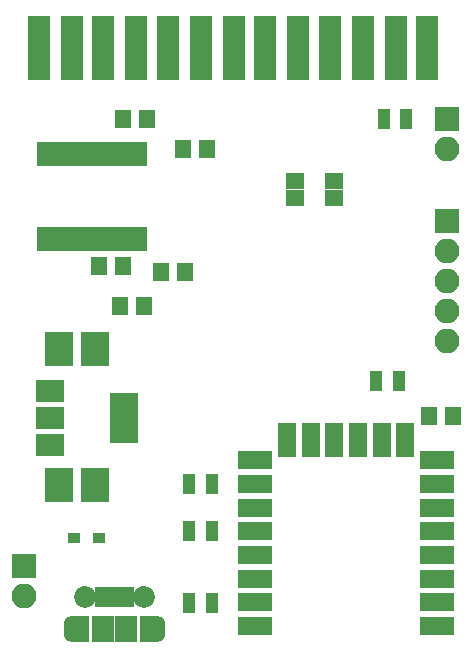
<source format=gbr>
G04 #@! TF.FileFunction,Soldermask,Top*
%FSLAX46Y46*%
G04 Gerber Fmt 4.6, Leading zero omitted, Abs format (unit mm)*
G04 Created by KiCad (PCBNEW 4.0.7) date Wednesday, 04 July 2018 'PMt' 21:27:38*
%MOMM*%
%LPD*%
G01*
G04 APERTURE LIST*
%ADD10C,0.100000*%
%ADD11R,2.400000X4.200000*%
%ADD12R,2.400000X1.900000*%
%ADD13R,2.900000X1.500000*%
%ADD14R,1.500000X2.900000*%
%ADD15R,0.850000X2.150000*%
%ADD16R,1.400000X1.650000*%
%ADD17R,2.350000X2.900000*%
%ADD18R,1.000000X0.850000*%
%ADD19R,1.924000X5.480000*%
%ADD20R,2.100000X2.100000*%
%ADD21O,2.100000X2.100000*%
%ADD22R,1.100000X1.700000*%
%ADD23R,1.550000X1.450000*%
%ADD24R,1.900000X2.300000*%
%ADD25C,1.850000*%
%ADD26R,0.800000X1.750000*%
%ADD27O,1.600000X2.300000*%
%ADD28R,1.600000X2.300000*%
G04 APERTURE END LIST*
D10*
D11*
X140609329Y-112702843D03*
D12*
X134309329Y-112702843D03*
X134309329Y-115002843D03*
X134309329Y-110402843D03*
D13*
X167070000Y-130302000D03*
X167070000Y-128302000D03*
X167070000Y-126302000D03*
X167070000Y-124302000D03*
X167070000Y-122302000D03*
X167070000Y-120302000D03*
X167070000Y-118302000D03*
X167070000Y-116302000D03*
X151670000Y-116302000D03*
X151670000Y-118302000D03*
X151670000Y-120302000D03*
X151670000Y-122302000D03*
X151670000Y-124302000D03*
X151670000Y-126302000D03*
X151670000Y-128302000D03*
X151670000Y-130302000D03*
D14*
X164380000Y-114602000D03*
X162380000Y-114602000D03*
X160380000Y-114602000D03*
X158380000Y-114602000D03*
X156380000Y-114602000D03*
X154380000Y-114602000D03*
D15*
X142106000Y-90380000D03*
X141456000Y-90380000D03*
X140806000Y-90380000D03*
X140156000Y-90380000D03*
X139506000Y-90380000D03*
X138856000Y-90380000D03*
X138206000Y-90380000D03*
X137556000Y-90380000D03*
X136906000Y-90380000D03*
X136256000Y-90380000D03*
X135606000Y-90380000D03*
X134956000Y-90380000D03*
X134306000Y-90380000D03*
X133656000Y-90380000D03*
X133656000Y-97580000D03*
X134306000Y-97580000D03*
X134956000Y-97580000D03*
X135606000Y-97580000D03*
X136256000Y-97580000D03*
X136906000Y-97580000D03*
X137556000Y-97580000D03*
X138206000Y-97580000D03*
X138856000Y-97580000D03*
X139506000Y-97580000D03*
X140156000Y-97580000D03*
X140806000Y-97580000D03*
X141456000Y-97580000D03*
X142106000Y-97580000D03*
D16*
X147605500Y-89916000D03*
X145605500Y-89916000D03*
X142525500Y-87376000D03*
X140525500Y-87376000D03*
X142271500Y-103251000D03*
X140271500Y-103251000D03*
X145700500Y-100330000D03*
X143700500Y-100330000D03*
X140462000Y-99822000D03*
X138462000Y-99822000D03*
D17*
X138119329Y-118403843D03*
X135069329Y-118403843D03*
D16*
X166402000Y-112522000D03*
X168402000Y-112522000D03*
D17*
X138121329Y-106910343D03*
X135071329Y-106910343D03*
D18*
X136330000Y-122872500D03*
X138430000Y-122872500D03*
D19*
X133350000Y-81407000D03*
X136144000Y-81407000D03*
X138811000Y-81407000D03*
X141605000Y-81407000D03*
X144272000Y-81407000D03*
X147066000Y-81407000D03*
X149860000Y-81407000D03*
X152527000Y-81407000D03*
X155321000Y-81407000D03*
X157988000Y-81407000D03*
X160782000Y-81407000D03*
X163576000Y-81407000D03*
X166243000Y-81407000D03*
D20*
X167894000Y-96012000D03*
D21*
X167894000Y-98552000D03*
X167894000Y-101092000D03*
X167894000Y-103632000D03*
X167894000Y-106172000D03*
D20*
X167894000Y-87376000D03*
D21*
X167894000Y-89916000D03*
D20*
X132080000Y-125222000D03*
D21*
X132080000Y-127762000D03*
D22*
X163825000Y-109601000D03*
X161925000Y-109601000D03*
X162565000Y-87376000D03*
X164465000Y-87376000D03*
X146118500Y-118300500D03*
X148018500Y-118300500D03*
X148018500Y-128397000D03*
X146118500Y-128397000D03*
X148018500Y-122301000D03*
X146118500Y-122301000D03*
D23*
X158369000Y-92646500D03*
X155019000Y-92646500D03*
X158369000Y-94096500D03*
X155019000Y-94096500D03*
D24*
X140756900Y-130556000D03*
D25*
X137256900Y-127856000D03*
D26*
X139106900Y-127856000D03*
X138456900Y-127856000D03*
X141056900Y-127856000D03*
X140406900Y-127856000D03*
X139756900Y-127856000D03*
D25*
X142256900Y-127856000D03*
D24*
X138756900Y-130556000D03*
D27*
X136256900Y-130556000D03*
X143256900Y-130556000D03*
D28*
X142656900Y-130556000D03*
X136856900Y-130556000D03*
M02*

</source>
